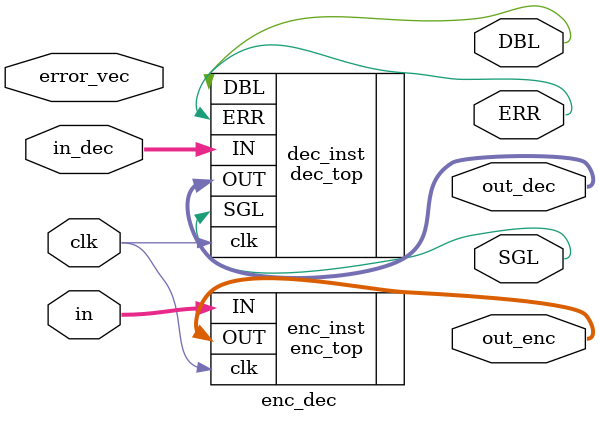
<source format=sv>

/*
module dec_top (input [38:0] IN, 
    output wire [38:0] OUT, 
    output reg [6:0] SYN, 
    output reg ERR, SGL, DBL,
    input clk 
);


module enc_top (
    input [31:0] IN, 
    output reg [38:0] OUT,
    input clk   
);
*/

module enc_dec ( 
    input logic [31:0] in,
    input logic [38:0] in_dec,
    output logic [38:0] out_dec,
    input logic [38:0] error_vec,
    output logic [38:0] out_enc,
    output logic ERR, SGL, DBL,
    input clk
    );

enc_top enc_inst( 
        .IN(in),
        .OUT(out_enc),
        .clk(clk)
);

dec_top dec_inst(
    .IN(in_dec),
    .OUT(out_dec),
    .ERR(ERR),
    .SGL(SGL),
    .DBL(DBL),
    .clk(clk)
);

endmodule

</source>
